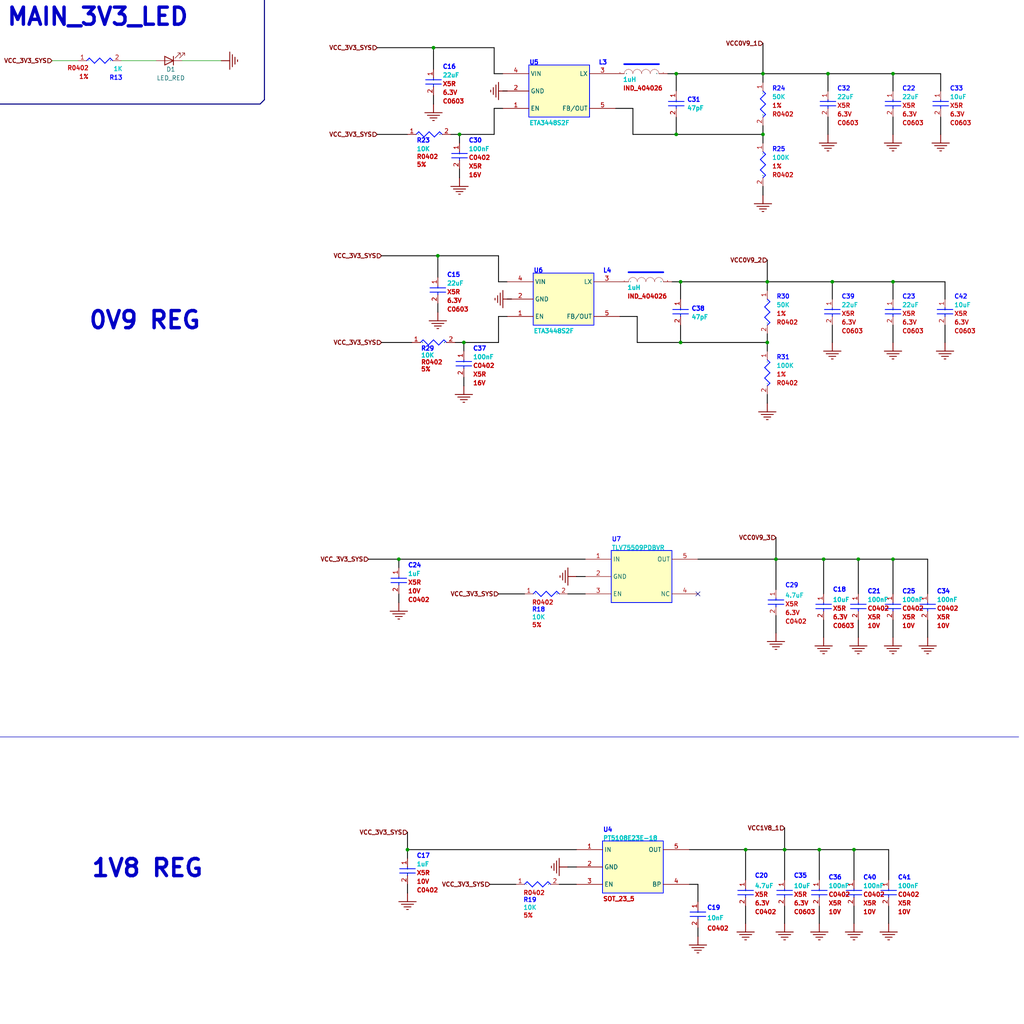
<source format=kicad_sch>
(kicad_sch (version 20231120) (generator "eeschema") (generator_version "8.0")
  (paper "User" 300 300)
  (junction (at 229.87 248.92))
  (junction (at 218.44 248.92))
  (junction (at 128.27 74.93))
  (junction (at 199.39 82.55))
  (junction (at 199.39 100.33))
  (junction (at 241.3 163.83))
  (junction (at 127 13.97))
  (junction (at 242.57 21.59))
  (junction (at 250.19 248.92))
  (junction (at 227.33 163.83))
  (junction (at 223.52 39.37))
  (junction (at 135.89 100.33))
  (junction (at 243.84 82.55))
  (junction (at 134.62 39.37))
  (junction (at 251.46 163.83))
  (junction (at 223.52 21.59))
  (junction (at 240.03 248.92))
  (junction (at 261.62 21.59))
  (junction (at 198.12 39.37))
  (junction (at 119.38 248.92))
  (junction (at 261.62 82.55))
  (junction (at 198.12 21.59))
  (junction (at 261.62 163.83))
  (junction (at 224.79 100.33))
  (junction (at 116.84 163.83))
  (junction (at 224.79 82.55))
  (no_connect (at 204.47 173.99))
  (wire (pts (xy 111.76 74.93) (xy 128.27 74.93)) (stroke (width 0.25) (color 0 0 0 1)))
  (wire (pts (xy 271.78 186.69) (xy 271.78 181.61)) (stroke (width 0.25) (color 0 0 0 1)))
  (wire (pts (xy 240.03 248.92) (xy 250.19 248.92)) (stroke (width 0.25) (color 0 0 0 1)))
  (wire (pts (xy 107.95 163.83) (xy 116.84 163.83)) (stroke (width 0.25) (color 0 0 0 1)))
  (wire (pts (xy 163.83 259.08) (xy 168.91 259.08)) (stroke (width 0.25) (color 0 0 0 1)))
  (wire (pts (xy 116.84 163.83) (xy 171.45 163.83)) (stroke (width 0.25) (color 0 0 0 1)))
  (wire (pts (xy 198.12 21.59) (xy 223.52 21.59)) (stroke (width 0.25) (color 0 0 0 1)))
  (wire (pts (xy 229.87 257.81) (xy 229.87 248.92)) (stroke (width 0.25) (color 0 0 0 1)))
  (wire (pts (xy 185.42 39.37) (xy 185.42 31.75)) (stroke (width 0.25) (color 0 0 0 1)))
  (wire (pts (xy 241.3 186.69) (xy 241.3 181.61)) (stroke (width 0.25) (color 0 0 0 1)))
  (wire (pts (xy 261.62 163.83) (xy 261.62 173.99)) (stroke (width 0.25) (color 0 0 0 1)))
  (wire (pts (xy 127 30.48) (xy 127 27.94)) (stroke (width 0.25) (color 0 0 0 1)))
  (wire (pts (xy 218.44 270.51) (xy 218.44 265.43)) (stroke (width 0.25) (color 0 0 0 1)))
  (wire (pts (xy 261.62 186.69) (xy 261.62 181.61)) (stroke (width 0.25) (color 0 0 0 1)))
  (wire (pts (xy 119.38 248.92) (xy 119.38 243.84)) (stroke (width 0.25) (color 0 0 0 1)))
  (wire (pts (xy 250.19 257.81) (xy 250.19 248.92)) (stroke (width 0.25) (color 0 0 0 1)))
  (wire (pts (xy 243.84 100.33) (xy 243.84 95.25)) (stroke (width 0.25) (color 0 0 0 1)))
  (wire (pts (xy 224.79 115.57) (xy 224.79 118.11)) (stroke (width 0.25) (color 0 0 0 1)))
  (wire (pts (xy 148.59 82.55) (xy 146.05 82.55)) (stroke (width 0.25) (color 0 0 0 1)))
  (bus (pts (xy 0 30.48) (xy 76.2 30.48)))
  (wire (pts (xy 251.46 163.83) (xy 261.62 163.83)) (stroke (width 0.25) (color 0 0 0 1)))
  (wire (pts (xy 271.78 163.83) (xy 271.78 173.99)) (stroke (width 0.25) (color 0 0 0 1)))
  (wire (pts (xy 199.39 100.33) (xy 224.79 100.33)) (stroke (width 0.25) (color 0 0 0 1)))
  (wire (pts (xy 116.84 163.83) (xy 116.84 166.37)) (stroke (width 0.25) (color 0 0 0 1)))
  (wire (pts (xy 127 13.97) (xy 144.78 13.97)) (stroke (width 0.25) (color 0 0 0 1)))
  (wire (pts (xy 144.78 21.59) (xy 144.78 13.97)) (stroke (width 0.25) (color 0 0 0 1)))
  (wire (pts (xy 223.52 12.7) (xy 223.52 21.59)) (stroke (width 0.25) (color 0 0 0 1)))
  (wire (pts (xy 147.32 26.67) (xy 148.59 26.67)) (stroke (width 0.25) (color 0 0 0 1)))
  (wire (pts (xy 261.62 100.33) (xy 261.62 95.25)) (stroke (width 0.25) (color 0 0 0 1)))
  (wire (pts (xy 261.62 26.67) (xy 261.62 21.59)) (stroke (width 0.25) (color 0 0 0 1)))
  (wire (pts (xy 224.79 82.55) (xy 243.84 82.55)) (stroke (width 0.25) (color 0 0 0 1)))
  (wire (pts (xy 218.44 248.92) (xy 229.87 248.92)) (stroke (width 0.25) (color 0 0 0 1)))
  (wire (pts (xy 261.62 87.63) (xy 261.62 82.55)) (stroke (width 0.25) (color 0 0 0 1)))
  (wire (pts (xy 250.19 248.92) (xy 260.35 248.92)) (stroke (width 0.25) (color 0 0 0 1)))
  (wire (pts (xy 243.84 82.55) (xy 261.62 82.55)) (stroke (width 0.25) (color 0 0 0 1)))
  (wire (pts (xy 275.59 26.67) (xy 275.59 21.59)) (stroke (width 0.25) (color 0 0 0 1)))
  (wire (pts (xy 204.47 259.08) (xy 201.93 259.08)) (stroke (width 0.25) (color 0 0 0 1)))
  (wire (pts (xy 110.49 39.37) (xy 119.38 39.37)) (stroke (width 0.25) (color 0 0 0 1)))
  (wire (pts (xy 134.62 41.91) (xy 134.62 39.37)) (stroke (width 0.25) (color 0 0 0 1)))
  (wire (pts (xy 119.38 248.92) (xy 168.91 248.92)) (stroke (width 0.25) (color 0 0 0 1)))
  (wire (pts (xy 223.52 21.59) (xy 223.52 24.13)) (stroke (width 0.25) (color 0 0 0 1)))
  (wire (pts (xy 146.05 82.55) (xy 146.05 74.93)) (stroke (width 0.25) (color 0 0 0 1)))
  (wire (pts (xy 229.87 242.57) (xy 229.87 248.92)) (stroke (width 0.25) (color 0 0 0 1)))
  (wire (pts (xy 135.89 113.03) (xy 135.89 110.49)) (stroke (width 0.25) (color 0 0 0 1)))
  (wire (pts (xy 224.79 102.87) (xy 224.79 100.33)) (stroke (width 0.25) (color 0 0 0 1)))
  (wire (pts (xy 240.03 248.92) (xy 240.03 257.81)) (stroke (width 0.25) (color 0 0 0 1)))
  (wire (pts (xy 227.33 172.72) (xy 227.33 163.83)) (stroke (width 0.25) (color 0 0 0 1)))
  (wire (pts (xy 199.39 87.63) (xy 199.39 82.55)) (stroke (width 0.25) (color 0 0 0 1)))
  (wire (pts (xy 204.47 274.32) (xy 204.47 271.78)) (stroke (width 0.25) (color 0 0 0 1)))
  (wire (pts (xy 166.37 173.99) (xy 171.45 173.99)) (stroke (width 0.25) (color 0 0 0 1)))
  (wire (pts (xy 134.62 52.07) (xy 134.62 49.53)) (stroke (width 0.25) (color 0 0 0 1)))
  (wire (pts (xy 186.69 92.71) (xy 181.61 92.71)) (stroke (width 0.25) (color 0 0 0 1)))
  (wire (pts (xy 241.3 163.83) (xy 241.3 173.99)) (stroke (width 0.25) (color 0 0 0 1)))
  (wire (pts (xy 146.05 100.33) (xy 146.05 92.71)) (stroke (width 0.25) (color 0 0 0 1)))
  (wire (pts (xy 128.27 74.93) (xy 146.05 74.93)) (stroke (width 0.25) (color 0 0 0 1)))
  (wire (pts (xy 241.3 163.83) (xy 251.46 163.83)) (stroke (width 0.25) (color 0 0 0 1)))
  (wire (pts (xy 119.38 248.92) (xy 119.38 251.46)) (stroke (width 0.25) (color 0 0 0 1)))
  (wire (pts (xy 116.84 176.53) (xy 116.84 173.99)) (stroke (width 0.25) (color 0 0 0 1)))
  (wire (pts (xy 218.44 248.92) (xy 218.44 257.81)) (stroke (width 0.25) (color 0 0 0 1)))
  (wire (pts (xy 148.59 87.63) (xy 149.86 87.63)) (stroke (width 0.25) (color 0 0 0 1)))
  (wire (pts (xy 168.91 254) (xy 166.37 254)) (stroke (width 0.25) (color 0 0 0 1)))
  (wire (pts (xy 132.08 39.37) (xy 134.62 39.37)) (stroke (width 0.25) (color 0 0 0 1)))
  (wire (pts (xy 146.05 92.71) (xy 148.59 92.71)) (stroke (width 0.25) (color 0 0 0 1)))
  (wire (pts (xy 224.79 100.33) (xy 224.79 97.79)) (stroke (width 0.25) (color 0 0 0 1)))
  (wire (pts (xy 135.89 102.87) (xy 135.89 100.33)) (stroke (width 0.25) (color 0 0 0 1)))
  (wire (pts (xy 201.93 248.92) (xy 218.44 248.92)) (stroke (width 0.25) (color 0 0 0 1)))
  (wire (pts (xy 127 20.32) (xy 127 13.97)) (stroke (width 0.25) (color 0 0 0 1)))
  (wire (pts (xy 199.39 95.25) (xy 199.39 100.33)) (stroke (width 0.25) (color 0 0 0 1)))
  (wire (pts (xy 171.45 168.91) (xy 168.91 168.91)) (stroke (width 0.25) (color 0 0 0 1)))
  (wire (pts (xy 185.42 31.75) (xy 180.34 31.75)) (stroke (width 0.25) (color 0 0 0 1)))
  (wire (pts (xy 147.32 21.59) (xy 144.78 21.59)) (stroke (width 0.25) (color 0 0 0 1)))
  (wire (pts (xy 153.67 173.99) (xy 146.05 173.99)) (stroke (width 0.25) (color 0 0 0 1)))
  (wire (pts (xy 260.35 257.81) (xy 260.35 248.92)) (stroke (width 0.25) (color 0 0 0 1)))
  (wire (pts (xy 186.69 100.33) (xy 186.69 92.71)) (stroke (width 0.25) (color 0 0 0 1)))
  (wire (pts (xy 261.62 39.37) (xy 261.62 34.29)) (stroke (width 0.25) (color 0 0 0 1)))
  (wire (pts (xy 224.79 76.2) (xy 224.79 82.55)) (stroke (width 0.25) (color 0 0 0 1)))
  (wire (pts (xy 242.57 21.59) (xy 261.62 21.59)) (stroke (width 0.25) (color 0 0 0 1)))
  (wire (pts (xy 144.78 31.75) (xy 147.32 31.75)) (stroke (width 0.25) (color 0 0 0 1)))
  (wire (pts (xy 111.76 100.33) (xy 120.65 100.33)) (stroke (width 0.25) (color 0 0 0 1)))
  (wire (pts (xy 128.27 81.28) (xy 128.27 74.93)) (stroke (width 0.25) (color 0 0 0 1)))
  (wire (pts (xy 227.33 185.42) (xy 227.33 180.34)) (stroke (width 0.25) (color 0 0 0 1)))
  (wire (pts (xy 276.86 87.63) (xy 276.86 82.55)) (stroke (width 0.25) (color 0 0 0 1)))
  (wire (pts (xy 242.57 26.67) (xy 242.57 21.59)) (stroke (width 0.25) (color 0 0 0 1)))
  (wire (pts (xy 261.62 21.59) (xy 275.59 21.59)) (stroke (width 0.25) (color 0 0 0 1)))
  (wire (pts (xy 224.79 82.55) (xy 224.79 85.09)) (stroke (width 0.25) (color 0 0 0 1)))
  (wire (pts (xy 223.52 54.61) (xy 223.52 57.15)) (stroke (width 0.25) (color 0 0 0 1)))
  (wire (pts (xy 133.35 100.33) (xy 135.89 100.33)) (stroke (width 0.25) (color 0 0 0 1)))
  (wire (pts (xy 243.84 87.63) (xy 243.84 82.55)) (stroke (width 0.25) (color 0 0 0 1)))
  (wire (pts (xy 276.86 100.33) (xy 276.86 95.25)) (stroke (width 0.25) (color 0 0 0 1)))
  (wire (pts (xy 198.12 26.67) (xy 198.12 21.59)) (stroke (width 0.25) (color 0 0 0 1)))
  (wire (pts (xy 250.19 270.51) (xy 250.19 265.43)) (stroke (width 0.25) (color 0 0 0 1)))
  (wire (pts (xy 229.87 270.51) (xy 229.87 265.43)) (stroke (width 0.25) (color 0 0 0 1)))
  (wire (pts (xy 242.57 39.37) (xy 242.57 34.29)) (stroke (width 0.25) (color 0 0 0 1)))
  (wire (pts (xy 196.85 82.55) (xy 199.39 82.55)) (stroke (width 0.25) (color 0 0 0 1)))
  (wire (pts (xy 223.52 39.37) (xy 223.52 36.83)) (stroke (width 0.25) (color 0 0 0 1)))
  (wire (pts (xy 261.62 82.55) (xy 276.86 82.55)) (stroke (width 0.25) (color 0 0 0 1)))
  (wire (pts (xy 198.12 34.29) (xy 198.12 39.37)) (stroke (width 0.25) (color 0 0 0 1)))
  (wire (pts (xy 275.59 39.37) (xy 275.59 34.29)) (stroke (width 0.25) (color 0 0 0 1)))
  (wire (pts (xy 35.56 17.78) (xy 45.72 17.78)))
  (wire (pts (xy 144.78 39.37) (xy 144.78 31.75)) (stroke (width 0.25) (color 0 0 0 1)))
  (wire (pts (xy 185.42 39.37) (xy 198.12 39.37)) (stroke (width 0.25) (color 0 0 0 1)))
  (wire (pts (xy 128.27 91.44) (xy 128.27 88.9)) (stroke (width 0.25) (color 0 0 0 1)))
  (wire (pts (xy 204.47 163.83) (xy 227.33 163.83)) (stroke (width 0.25) (color 0 0 0 1)))
  (wire (pts (xy 223.52 21.59) (xy 242.57 21.59)) (stroke (width 0.25) (color 0 0 0 1)))
  (wire (pts (xy 186.69 100.33) (xy 199.39 100.33)) (stroke (width 0.25) (color 0 0 0 1)))
  (wire (pts (xy 195.58 21.59) (xy 198.12 21.59)) (stroke (width 0.25) (color 0 0 0 1)))
  (wire (pts (xy 199.39 82.55) (xy 224.79 82.55)) (stroke (width 0.25) (color 0 0 0 1)))
  (wire (pts (xy 119.38 261.62) (xy 119.38 259.08)) (stroke (width 0.25) (color 0 0 0 1)))
  (wire (pts (xy 15.24 17.78) (xy 22.86 17.78)))
  (wire (pts (xy 151.13 259.08) (xy 143.51 259.08)) (stroke (width 0.25) (color 0 0 0 1)))
  (wire (pts (xy 251.46 163.83) (xy 251.46 173.99)) (stroke (width 0.25) (color 0 0 0 1)))
  (wire (pts (xy 134.62 39.37) (xy 144.78 39.37)) (stroke (width 0.25) (color 0 0 0 1)))
  (wire (pts (xy 53.34 17.78) (xy 64.77 17.78)))
  (wire (pts (xy 198.12 39.37) (xy 223.52 39.37)) (stroke (width 0.25) (color 0 0 0 1)))
  (wire (pts (xy 229.87 248.92) (xy 240.03 248.92)) (stroke (width 0.25) (color 0 0 0 1)))
  (wire (pts (xy 110.49 13.97) (xy 127 13.97)) (stroke (width 0.25) (color 0 0 0 1)))
  (wire (pts (xy 260.35 270.51) (xy 260.35 265.43)) (stroke (width 0.25) (color 0 0 0 1)))
  (wire (pts (xy 204.47 264.16) (xy 204.47 259.08)) (stroke (width 0.25) (color 0 0 0 1)))
  (wire (pts (xy 135.89 100.33) (xy 146.05 100.33)) (stroke (width 0.25) (color 0 0 0 1)))
  (bus (pts (xy 76.2 30.48) (xy 77.47 29.21)))
  (wire (pts (xy 240.03 270.51) (xy 240.03 265.43)) (stroke (width 0.25) (color 0 0 0 1)))
  (wire (pts (xy 227.33 157.48) (xy 227.33 163.83)) (stroke (width 0.25) (color 0 0 0 1)))
  (polyline (pts (xy 0 215.9) (xy 298.45 215.9)))
  (wire (pts (xy 251.46 186.69) (xy 251.46 181.61)) (stroke (width 0.25) (color 0 0 0 1)))
  (wire (pts (xy 261.62 163.83) (xy 271.78 163.83)) (stroke (width 0.25) (color 0 0 0 1)))
  (bus (pts (xy 77.47 0) (xy 77.47 29.21)))
  (wire (pts (xy 227.33 163.83) (xy 241.3 163.83)) (stroke (width 0.25) (color 0 0 0 1)))
  (wire (pts (xy 223.52 41.91) (xy 223.52 39.37)) (stroke (width 0.25) (color 0 0 0 1)))
  (text "0V9 REG" (at 42.418 93.98 0) (effects (font (size 5 5) (thickness 1) (bold yes))))
  (text "MAIN_3V3_LED\n" (at 28.6385 5.08 0) (effects (font (size 5 5) (thickness 1) (bold yes))))
  (text "1V8 REG" (at 43.18 254.508 0) (effects (font (size 5 5) (thickness 1) (bold yes))))
  (hierarchical_label "VCC_3V3_SYS" (shape input) (at 111.76 100.33 180) (effects (font (size 1.25 1.25) (bold yes))))
  (hierarchical_label "VCC_3V3_SYS" (shape input) (at 146.05 173.99 180) (effects (font (size 1.25 1.25) (bold yes))))
  (hierarchical_label "VCC0V9_3" (shape input) (at 227.33 157.48 180) (effects (font (size 1.25 1.25) (bold yes))))
  (hierarchical_label "VCC0V9_1" (shape input) (at 223.52 12.7 180) (effects (font (size 1.25 1.25) (bold yes))))
  (hierarchical_label "VCC_3V3_SYS" (shape input) (at 107.95 163.83 180) (effects (font (size 1.25 1.25) (bold yes))))
  (hierarchical_label "VCC_3V3_SYS" (shape input) (at 110.49 39.37 180) (effects (font (size 1.25 1.25) (bold yes))))
  (hierarchical_label "VCC_3V3_SYS" (shape input) (at 119.38 243.84 180) (effects (font (size 1.25 1.25) (bold yes))))
  (hierarchical_label "VCC_3V3_SYS" (shape input) (at 111.76 74.93 180) (effects (font (size 1.25 1.25) (bold yes))))
  (hierarchical_label "VCC_3V3_SYS" (shape input) (at 143.51 259.08 180) (effects (font (size 1.25 1.25) (bold yes))))
  (hierarchical_label "VCC0V9_2" (shape input) (at 224.79 76.2 180) (effects (font (size 1.25 1.25) (bold yes))))
  (hierarchical_label "VCC1V8_1" (shape input) (at 229.87 242.57 180) (effects (font (size 1.25 1.25) (bold yes))))
  (hierarchical_label "VCC_3V3_SYS" (shape input) (at 110.49 13.97 180) (effects (font (size 1.25 1.25) (bold yes))))
  (hierarchical_label "VCC_3V3_SYS" (shape input) (at 15.24 17.78 180) (effects (font (size 1.25 1.25) (bold yes))))
  (symbol (lib_id "total-altium-import:25_0_mirrored_CAP NP") (at 232.41 260.35 0) (unit 1)
    (property "Reference" "C35" (at 232.41 257.302 0) (effects (font (bold yes)) (justify left bottom)))
    (property "Value" "10uF" (at 232.41 260.35 0) (effects (font (bold yes)) (justify left bottom)))
    (property "Footprint" "Footprint Library:C0402" (effects (hide yes)))
    (property "Description" "cap,10.00uF,+/-10%,6.3V,X5R,C0603" (effects (hide yes)))
    (property "VOLTAGE" "6.3V" (at 232.41 265.43 0) (effects (font (bold yes)) (justify left bottom)))
    (property "PCB FOOTPRINT" "C0603" (at 232.41 267.97 0) (effects (font (bold yes)) (justify left bottom)))
    (property "DIELECTRIC" "X5R" (at 232.41 262.89 0) (effects (font (bold yes)) (justify left bottom)))
    (property "CREATED BY" "JJJ" (effects (hide yes)))
    (property "C_VOLTAGE" "6.3V" (effects (hide yes)))
    (property "MANUFACTURER PN" "C1608X5R0J106K080AB" (effects (hide yes)))
    (property "MANUFACTURER" "TDK" (effects (hide yes)))
    (property "TOLERANCE" "10%" (effects (hide yes)))
    (property "PART TYPE" "C0603" (effects (hide yes)))
    (property "PRIORITY" "A" (effects (hide yes)))
    (property "RK PN" "C1608X5R0J106K080AB" (effects (hide yes)))
    (property "NUMBER" "37" (effects (hide yes)))
  )
  (symbol (lib_id "total-altium-import:GND_POWER_GROUND") (at 168.91 168.91 270) (unit 1)
    (property "Reference" "#PWR05" (effects (hide yes)))
    (property "Value" "GND" (effects (hide yes)))
  )
  (symbol (lib_id "total-altium-import:GND_POWER_GROUND") (at 127 30.48 0) (unit 1)
    (property "Reference" "#PWR063" (effects (hide yes)))
    (property "Value" "GND" (effects (hide yes)))
  )
  (symbol (lib_id "total-altium-import:25_0_CAP NP") (at 248.92 176.53 0) (unit 1)
    (property "Reference" "C21" (at 254 173.99 0) (effects (font (bold yes)) (justify left bottom)))
    (property "Value" "100nF" (at 254 176.53 0) (effects (font (bold yes)) (justify left bottom)))
    (property "Footprint" "Footprint Library:C0402" (effects (hide yes)))
    (property "Description" "cap,100.00nF,+/-10%,10V,X5R,C0402" (effects (hide yes)))
    (property "VOLTAGE" "10V" (at 254 184.15 0) (effects (font (bold yes)) (justify left bottom)))
    (property "PCB FOOTPRINT" "C0402" (at 254 179.07 0) (effects (font (bold yes)) (justify left bottom)))
    (property "DIELECTRIC" "X5R" (at 254 181.61 0) (effects (font (bold yes)) (justify left bottom)))
    (property "CREATED BY" "JJJ" (effects (hide yes)))
    (property "MANUFACTURER PN" "C1005X5R1A104K050BA" (effects (hide yes)))
    (property "MANUFACTURER" "TDK" (effects (hide yes)))
    (property "TOLERANCE" "10%" (effects (hide yes)))
    (property "PART TYPE" "C0402" (effects (hide yes)))
    (property "PRIORITY" "A" (effects (hide yes)))
    (property "RK PN" "C1005X5R1A104K050BA" (effects (hide yes)))
  )
  (symbol (lib_id "total-altium-import:25_0_RESISTOR") (at 222.25 87.63 0) (unit 1)
    (property "Reference" "R30" (at 227.33 87.63 0) (effects (font (bold yes)) (justify left bottom)))
    (property "Value" "50K" (at 227.33 90.17 0) (effects (font (bold yes)) (justify left bottom)))
    (property "Footprint" "Footprint Library:R0402" (effects (hide yes)))
    (property "Description" "通用厚膜电阻,2K,+/-1%,R0402,1/16W." (effects (hide yes)))
    (property "PCB FOOTPRINT" "R0402" (at 227.33 95.25 0) (effects (font (bold yes)) (justify left bottom)))
    (property "TOLERANCE" "1%" (at 227.33 92.71 0) (effects (font (bold yes)) (justify left bottom)))
    (property "CREATED BY" "YTL" (effects (hide yes)))
    (property "MANUFACTURER PN" "RC0402FR-072KL" (effects (hide yes)))
    (property "MANUFACTURER" "YAGEO" (effects (hide yes)))
    (property "WATTAGE" "1/16W" (effects (hide yes)))
    (property "PART TYPE" "通用厚膜电阻" (effects (hide yes)))
    (property "PRIORITY" "A" (effects (hide yes)))
    (property "RK PN" "RC0402FR-072KL" (effects (hide yes)))
  )
  (symbol (lib_id "total-altium-import:25_0_CAP NP") (at 273.05 29.21 0) (unit 1)
    (property "Reference" "C33" (at 278.13 26.67 0) (effects (font (bold yes)) (justify left bottom)))
    (property "Value" "10uF" (at 278.13 29.21 0) (effects (font (bold yes)) (justify left bottom)))
    (property "Footprint" "Footprint Library:C0603" (effects (hide yes)))
    (property "Description" "cap,10.00uF,+/-10%,6.3V,X5R,C0603" (effects (hide yes)))
    (property "VOLTAGE" "6.3V" (at 278.13 34.29 0) (effects (font (bold yes)) (justify left bottom)))
    (property "PCB FOOTPRINT" "C0603" (at 278.13 36.83 0) (effects (font (bold yes)) (justify left bottom)))
    (property "DIELECTRIC" "X5R" (at 278.13 31.75 0) (effects (font (bold yes)) (justify left bottom)))
    (property "CREATED BY" "JJJ" (effects (hide yes)))
    (property "MANUFACTURER PN" "C1608X5R0J106K080AB" (effects (hide yes)))
    (property "MANUFACTURER" "TDK" (effects (hide yes)))
    (property "TOLERANCE" "10%" (effects (hide yes)))
    (property "PART TYPE" "C0603" (effects (hide yes)))
    (property "PRIORITY" "A" (effects (hide yes)))
    (property "RK PN" "C1608X5R0J106K080AB" (effects (hide yes)))
  )
  (symbol (lib_id "total-altium-import:GND_POWER_GROUND") (at 275.59 39.37 0) (unit 1)
    (property "Reference" "#PWR068" (effects (hide yes)))
    (property "Value" "GND" (effects (hide yes)))
  )
  (symbol (lib_id "total-altium-import:25_1_RESISTOR") (at 123.19 102.87 0) (unit 1)
    (property "Reference" "R29" (at 123.19 102.87 0) (effects (font (bold yes)) (justify left bottom)))
    (property "Value" "10K" (at 123.19 104.902 0) (effects (font (bold yes)) (justify left bottom)))
    (property "Footprint" "Footprint Library:R0402" (effects (hide yes)))
    (property "Description" "通用厚膜电阻,20K,+/-5%,R0402,1/16W." (effects (hide yes)))
    (property "PCB FOOTPRINT" "R0402" (at 123.19 106.934 0) (effects (font (bold yes)) (justify left bottom)))
    (property "TOLERANCE" "5%" (at 123.19 108.966 0) (effects (font (bold yes)) (justify left bottom)))
    (property "RK PN" "RC0402JR-0720KL" (effects (hide yes)))
    (property "PRIORITY" "A" (effects (hide yes)))
    (property "PART TYPE" "通用厚膜电阻" (effects (hide yes)))
    (property "WATTAGE" "1/16W" (effects (hide yes)))
    (property "MANUFACTURER" "YAGEO" (effects (hide yes)))
    (property "MANUFACTURER PN" "RC0402JR-0720KL" (effects (hide yes)))
    (property "CREATED BY" "YTL" (effects (hide yes)))
  )
  (symbol (lib_id "total-altium-import:GND_POWER_GROUND") (at 148.59 26.67 270) (unit 1)
    (property "Reference" "#PWR065" (effects (hide yes)))
    (property "Value" "GND" (effects (hide yes)))
  )
  (symbol (lib_id "total-altium-import:GND_POWER_GROUND") (at 241.3 186.69 0) (unit 1)
    (property "Reference" "#PWR06" (effects (hide yes)))
    (property "Value" "GND" (effects (hide yes)))
  )
  (symbol (lib_id "total-altium-import:GND_POWER_GROUND") (at 250.19 270.51 0) (unit 1)
    (property "Reference" "#PWR020" (effects (hide yes)))
    (property "Value" "GND" (effects (hide yes)))
  )
  (symbol (lib_id "total-altium-import:25_1_RESISTOR") (at 156.21 176.53 0) (unit 1)
    (property "Reference" "R18" (at 155.702 179.324 0) (effects (font (bold yes)) (justify left bottom)))
    (property "Value" "10K" (at 155.702 181.61 0) (effects (font (bold yes)) (justify left bottom)))
    (property "Footprint" "Footprint Library:R0402" (effects (hide yes)))
    (property "Description" "通用厚膜电阻,10K,+/-5%,R0402,1/16W." (effects (hide yes)))
    (property "PCB FOOTPRINT" "R0402" (at 155.702 177.292 0) (effects (font (bold yes)) (justify left bottom)))
    (property "TOLERANCE" "5%" (at 155.702 183.896 0) (effects (font (bold yes)) (justify left bottom)))
    (property "CREATED BY" "YTL" (effects (hide yes)))
    (property "MANUFACTURER PN" "RC0402JR-0710KL" (effects (hide yes)))
    (property "MANUFACTURER" "YAGEO" (effects (hide yes)))
    (property "WATTAGE" "1/16W" (effects (hide yes)))
    (property "PART TYPE" "通用厚膜电阻" (effects (hide yes)))
    (property "PRIORITY" "A" (effects (hide yes)))
    (property "RK PN" "RC0402JR-0710KL" (effects (hide yes)))
  )
  (symbol (lib_id "total-altium-import:25_0_CAP NP") (at 237.49 260.35 0) (unit 1)
    (property "Reference" "C36" (at 242.57 257.81 0) (effects (font (bold yes)) (justify left bottom)))
    (property "Value" "100nF" (at 242.57 260.35 0) (effects (font (bold yes)) (justify left bottom)))
    (property "Footprint" "Footprint Library:C0402" (effects (hide yes)))
    (property "Description" "cap,100.00nF,+/-10%,10V,X5R,C0402" (effects (hide yes)))
    (property "VOLTAGE" "10V" (at 242.57 267.97 0) (effects (font (bold yes)) (justify left bottom)))
    (property "PCB FOOTPRINT" "C0402" (at 242.57 262.89 0) (effects (font (bold yes)) (justify left bottom)))
    (property "DIELECTRIC" "X5R" (at 242.57 265.43 0) (effects (font (bold yes)) (justify left bottom)))
    (property "CREATED BY" "JJJ" (effects (hide yes)))
    (property "MANUFACTURER PN" "C1005X5R1A104K050BA" (effects (hide yes)))
    (property "MANUFACTURER" "TDK" (effects (hide yes)))
    (property "TOLERANCE" "10%" (effects (hide yes)))
    (property "PART TYPE" "C0402" (effects (hide yes)))
    (property "PRIORITY" "A" (effects (hide yes)))
    (property "RK PN" "C1005X5R1A104K050BA" (effects (hide yes)))
  )
  (symbol (lib_id "total-altium-import:25_0_CAP NP") (at 196.85 90.17 0) (unit 1)
    (property "Reference" "C38" (at 202.438 91.186 0) (effects (font (bold yes)) (justify left bottom)))
    (property "Value" "47pF" (at 202.438 93.726 0) (effects (font (bold yes)) (justify left bottom)))
    (property "Footprint" "Footprint Library:C0402" (effects (hide yes)))
    (property "Description" "cap,100.00pF,+/-10%,50V,C0G,C0402" (effects (hide yes)))
  )
  (symbol (lib_id "total-altium-import:GND_POWER_GROUND") (at 261.62 186.69 0) (unit 1)
    (property "Reference" "#PWR023" (effects (hide yes)))
    (property "Value" "GND" (effects (hide yes)))
  )
  (symbol (lib_id "total-altium-import:GND_POWER_GROUND") (at 135.89 113.03 0) (unit 1)
    (property "Reference" "#PWR072" (effects (hide yes)))
    (property "Value" "GND" (effects (hide yes)))
  )
  (symbol (lib_id "total-altium-import:GND_POWER_GROUND") (at 227.33 185.42 0) (unit 1)
    (property "Reference" "#PWR08" (effects (hide yes)))
    (property "Value" "GND" (effects (hide yes)))
  )
  (symbol (lib_id "total-altium-import:25_0_CAP NP") (at 195.58 29.21 0) (unit 1)
    (property "Reference" "C31" (at 201.168 29.972 0) (effects (font (bold yes)) (justify left bottom)))
    (property "Value" "47pF" (at 201.168 32.512 0) (effects (font (bold yes)) (justify left bottom)))
    (property "Footprint" "Footprint Library:C0402" (effects (hide yes)))
    (property "Description" "cap,100.00pF,+/-10%,50V,C0G,C0402" (effects (hide yes)))
  )
  (symbol (lib_id "total-altium-import:GND_POWER_GROUND") (at 223.52 57.15 0) (unit 1)
    (property "Reference" "#PWR066" (effects (hide yes)))
    (property "Value" "GND" (effects (hide yes)))
  )
  (symbol (lib_id "total-altium-import:25_0_CAP NP") (at 201.93 266.7 0) (unit 1)
    (property "Reference" "C19" (at 207.01 266.7 0) (effects (font (bold yes)) (justify left bottom)))
    (property "Value" "10nF" (at 207.01 269.748 0) (effects (font (bold yes)) (justify left bottom)))
    (property "Footprint" "Footprint Library:C0402" (effects (hide yes)))
    (property "Description" "Did Not Place." (effects (hide yes)))
    (property "PCB FOOTPRINT" "C0402" (at 207.01 272.796 0) (effects (font (bold yes)) (justify left bottom)))
    (property "CREATED BY" "JJJ" (effects (hide yes)))
    (property "MANUFACTURER PN" "DNP0402" (effects (hide yes)))
    (property "PART TYPE" "DNP" (effects (hide yes)))
    (property "PRIORITY" "A" (effects (hide yes)))
    (property "RK PN" "DNP0402" (effects (hide yes)))
  )
  (symbol (lib_id "total-altium-import:25_2_mirrored_DCDC_SY8088") (at 156.21 95.25 0) (unit 1)
    (property "Reference" "U6" (at 156.21 80.01 0) (effects (font (bold yes)) (justify left bottom)))
    (property "Value" "ETA3448S2F" (at 156.21 97.79 0) (effects (font (bold yes)) (justify left bottom)))
    (property "Footprint" "Package_TO_SOT_SMD:SOT-23-5" (effects (hide yes)))
  )
  (symbol (lib_id "total-altium-import:GND_POWER_GROUND") (at 242.57 39.37 0) (unit 1)
    (property "Reference" "#PWR067" (effects (hide yes)))
    (property "Value" "GND" (effects (hide yes)))
  )
  (symbol (lib_id "total-altium-import:25_0_CAP NP") (at 241.3 90.17 0) (unit 1)
    (property "Reference" "C39" (at 246.38 87.63 0) (effects (font (bold yes)) (justify left bottom)))
    (property "Value" "22uF" (at 246.38 90.17 0) (effects (font (bold yes)) (justify left bottom)))
    (property "Footprint" "Footprint Library:C0603" (effects (hide yes)))
    (property "Description" "cap,22.00uF,+/-20%,6.3V,X5R,C0603" (effects (hide yes)))
    (property "VOLTAGE" "6.3V" (at 246.38 95.25 0) (effects (font (bold yes)) (justify left bottom)))
    (property "PCB FOOTPRINT" "C0603" (at 246.38 97.79 0) (effects (font (bold yes)) (justify left bottom)))
    (property "DIELECTRIC" "X5R" (at 246.38 92.71 0) (effects (font (bold yes)) (justify left bottom)))
    (property "RK PN" "C1608X5R0J226M080AC" (effects (hide yes)))
    (property "PRIORITY" "A" (effects (hide yes)))
    (property "PART TYPE" "C0603" (effects (hide yes)))
    (property "TOLERANCE" "20%" (effects (hide yes)))
    (property "MANUFACTURER" "TDK" (effects (hide yes)))
    (property "MANUFACTURER PN" "C1608X5R0J226M080AC" (effects (hide yes)))
    (property "CREATED BY" "JJJ" (effects (hide yes)))
  )
  (symbol (lib_id "total-altium-import:25_1_INDUCTORS OF FERRITE") (at 184.15 82.55 0) (unit 1)
    (property "Reference" "L4" (at 176.53 80.01 0) (effects (font (bold yes)) (justify left bottom)))
    (property "Value" "1uH" (at 183.642 85.09 0) (effects (font (bold yes)) (justify left bottom)))
    (property "Footprint" "IND_404026" (effects (hide yes)))
    (property "Description" "Power Inductor,2.2uH,0.2,IND_404026" (effects (hide yes)))
    (property "DC RESISTOR" "0.04ohm" (effects (hide yes)))
    (property "ISAT" "2.10A" (effects (hide yes)))
    (property "PCB FOOTPRINT" "IND_404026" (at 183.642 87.63 0) (effects (font (bold yes)) (justify left bottom)))
    (property "RK PN" "SWPA4026S2R2MT" (effects (hide yes)))
    (property "PRIORITY" "A" (effects (hide yes)))
    (property "PART TYPE" "POWER_IND" (effects (hide yes)))
    (property "TOLERANCE" "20%" (effects (hide yes)))
    (property "IRMS" "2A" (effects (hide yes)))
    (property "RESONACE FREQUENCY" "96M" (effects (hide yes)))
    (property "MANUFACTURER" "sunlord" (effects (hide yes)))
    (property "MANUFACTURER PN" "SWPA4026S2R2MT" (effects (hide yes)))
  )
  (symbol (lib_id "total-altium-import:25_0_CAP NP") (at 274.32 90.17 0) (unit 1)
    (property "Reference" "C42" (at 279.4 87.63 0) (effects (font (bold yes)) (justify left bottom)))
    (property "Value" "10uF" (at 279.4 90.17 0) (effects (font (bold yes)) (justify left bottom)))
    (property "Footprint" "Footprint Library:C0603" (effects (hide yes)))
    (property "Description" "cap,10.00uF,+/-10%,6.3V,X5R,C0603" (effects (hide yes)))
    (property "VOLTAGE" "6.3V" (at 279.4 95.25 0) (effects (font (bold yes)) (justify left bottom)))
    (property "PCB FOOTPRINT" "C0603" (at 279.4 97.79 0) (effects (font (bold yes)) (justify left bottom)))
    (property "DIELECTRIC" "X5R" (at 279.4 92.71 0) (effects (font (bold yes)) (justify left bottom)))
    (property "CREATED BY" "JJJ" (effects (hide yes)))
    (property "MANUFACTURER PN" "C1608X5R0J106K080AB" (effects (hide yes)))
    (property "MANUFACTURER" "TDK" (effects (hide yes)))
    (property "TOLERANCE" "10%" (effects (hide yes)))
    (property "PART TYPE" "C0603" (effects (hide yes)))
    (property "PRIORITY" "A" (effects (hide yes)))
    (property "RK PN" "C1608X5R0J106K080AB" (effects (hide yes)))
  )
  (symbol (lib_id "total-altium-import:GND_POWER_GROUND") (at 64.77 17.78 90) (unit 1)
    (property "Reference" "#PWR01" (effects (hide yes)))
    (property "Value" "GND" (effects (hide yes)))
  )
  (symbol (lib_id "total-altium-import:25_0_CAP NP") (at 269.24 176.53 0) (unit 1)
    (property "Reference" "C34" (at 274.32 173.99 0) (effects (font (bold yes)) (justify left bottom)))
    (property "Value" "100nF" (at 274.32 176.53 0) (effects (font (bold yes)) (justify left bottom)))
    (property "Footprint" "Footprint Library:C0402" (effects (hide yes)))
    (property "Description" "cap,100.00nF,+/-10%,10V,X5R,C0402" (effects (hide yes)))
    (property "VOLTAGE" "10V" (at 274.32 184.15 0) (effects (font (bold yes)) (justify left bottom)))
    (property "PCB FOOTPRINT" "C0402" (at 274.32 179.07 0) (effects (font (bold yes)) (justify left bottom)))
    (property "DIELECTRIC" "X5R" (at 274.32 181.61 0) (effects (font (bold yes)) (justify left bottom)))
    (property "CREATED BY" "JJJ" (effects (hide yes)))
    (property "MANUFACTURER PN" "C1005X5R1A104K050BA" (effects (hide yes)))
    (property "MANUFACTURER" "TDK" (effects (hide yes)))
    (property "TOLERANCE" "10%" (effects (hide yes)))
    (property "PART TYPE" "C0402" (effects (hide yes)))
    (property "PRIORITY" "A" (effects (hide yes)))
    (property "RK PN" "C1005X5R1A104K050BA" (effects (hide yes)))
  )
  (symbol (lib_id "total-altium-import:GND_POWER_GROUND") (at 261.62 39.37 0) (unit 1)
    (property "Reference" "#PWR02" (effects (hide yes)))
    (property "Value" "GND" (effects (hide yes)))
  )
  (symbol (lib_id "total-altium-import:GND_POWER_GROUND") (at 261.62 100.33 0) (unit 1)
    (property "Reference" "#PWR03" (effects (hide yes)))
    (property "Value" "GND" (effects (hide yes)))
  )
  (symbol (lib_id "total-altium-import:GND_POWER_GROUND") (at 260.35 270.51 0) (unit 1)
    (property "Reference" "#PWR021" (effects (hide yes)))
    (property "Value" "GND" (effects (hide yes)))
  )
  (symbol (lib_id "total-altium-import:25_0_CAP NP") (at 259.08 176.53 0) (unit 1)
    (property "Reference" "C25" (at 264.16 173.99 0) (effects (font (bold yes)) (justify left bottom)))
    (property "Value" "100nF" (at 264.16 176.53 0) (effects (font (bold yes)) (justify left bottom)))
    (property "Footprint" "Footprint Library:C0402" (effects (hide yes)))
    (property "Description" "cap,100.00nF,+/-10%,10V,X5R,C0402" (effects (hide yes)))
    (property "VOLTAGE" "10V" (at 264.16 184.15 0) (effects (font (bold yes)) (justify left bottom)))
    (property "PCB FOOTPRINT" "C0402" (at 264.16 179.07 0) (effects (font (bold yes)) (justify left bottom)))
    (property "DIELECTRIC" "X5R" (at 264.16 181.61 0) (effects (font (bold yes)) (justify left bottom)))
    (property "RK PN" "C1005X5R1A104K050BA" (effects (hide yes)))
    (property "PRIORITY" "A" (effects (hide yes)))
    (property "PART TYPE" "C0402" (effects (hide yes)))
    (property "TOLERANCE" "10%" (effects (hide yes)))
    (property "MANUFACTURER" "TDK" (effects (hide yes)))
    (property "MANUFACTURER PN" "C1005X5R1A104K050BA" (effects (hide yes)))
    (property "CREATED BY" "JJJ" (effects (hide yes)))
  )
  (symbol (lib_id "total-altium-import:25_0_CAP NP") (at 124.46 22.86 0) (unit 1)
    (property "Reference" "C16" (at 129.54 20.32 0) (effects (font (bold yes)) (justify left bottom)))
    (property "Value" "22uF" (at 129.54 22.86 0) (effects (font (bold yes)) (justify left bottom)))
    (property "Footprint" "Footprint Library:C0603" (effects (hide yes)))
    (property "Description" "cap,22.00uF,+/-20%,6.3V,X5R,C0603" (effects (hide yes)))
    (property "VOLTAGE" "6.3V" (at 129.54 27.94 0) (effects (font (bold yes)) (justify left bottom)))
    (property "PCB FOOTPRINT" "C0603" (at 129.54 30.48 0) (effects (font (bold yes)) (justify left bottom)))
    (property "DIELECTRIC" "X5R" (at 129.54 25.4 0) (effects (font (bold yes)) (justify left bottom)))
    (property "RK PN" "C1608X5R0J226M080AC" (effects (hide yes)))
    (property "PRIORITY" "A" (effects (hide yes)))
    (property "PART TYPE" "C0603" (effects (hide yes)))
    (property "TOLERANCE" "20%" (effects (hide yes)))
    (property "MANUFACTURER" "TDK" (effects (hide yes)))
    (property "MANUFACTURER PN" "C1608X5R0J226M080AC" (effects (hide yes)))
    (property "CREATED BY" "JJJ" (effects (hide yes)))
  )
  (symbol (lib_id "total-altium-import:25_0_CAP NP") (at 247.65 260.35 0) (unit 1)
    (property "Reference" "C40" (at 252.73 257.81 0) (effects (font (bold yes)) (justify left bottom)))
    (property "Value" "100nF" (at 252.73 260.35 0) (effects (font (bold yes)) (justify left bottom)))
    (property "Footprint" "Footprint Library:C0402" (effects (hide yes)))
    (property "Description" "cap,100.00nF,+/-10%,10V,X5R,C0402" (effects (hide yes)))
    (property "VOLTAGE" "10V" (at 252.73 267.97 0) (effects (font (bold yes)) (justify left bottom)))
    (property "PCB FOOTPRINT" "C0402" (at 252.73 262.89 0) (effects (font (bold yes)) (justify left bottom)))
    (property "DIELECTRIC" "X5R" (at 252.73 265.43 0) (effects (font (bold yes)) (justify left bottom)))
    (property "RK PN" "C1005X5R1A104K050BA" (effects (hide yes)))
    (property "PRIORITY" "A" (effects (hide yes)))
    (property "PART TYPE" "C0402" (effects (hide yes)))
    (property "TOLERANCE" "10%" (effects (hide yes)))
    (property "MANUFACTURER" "TDK" (effects (hide yes)))
    (property "MANUFACTURER PN" "C1005X5R1A104K050BA" (effects (hide yes)))
    (property "CREATED BY" "JJJ" (effects (hide yes)))
  )
  (symbol (lib_id "total-altium-import:GND_POWER_GROUND") (at 204.47 274.32 0) (unit 1)
    (property "Reference" "#PWR053" (effects (hide yes)))
    (property "Value" "GND" (effects (hide yes)))
  )
  (symbol (lib_id "total-altium-import:25_0_RESISTOR") (at 220.98 26.67 0) (unit 1)
    (property "Reference" "R24" (at 226.06 26.67 0) (effects (font (bold yes)) (justify left bottom)))
    (property "Value" "50K" (at 226.06 29.21 0) (effects (font (bold yes)) (justify left bottom)))
    (property "Footprint" "Footprint Library:R0402" (effects (hide yes)))
    (property "Description" "通用厚膜电阻,2K,+/-1%,R0402,1/16W." (effects (hide yes)))
    (property "PCB FOOTPRINT" "R0402" (at 226.06 34.29 0) (effects (font (bold yes)) (justify left bottom)))
    (property "TOLERANCE" "1%" (at 226.06 31.75 0) (effects (font (bold yes)) (justify left bottom)))
    (property "CREATED BY" "YTL" (effects (hide yes)))
    (property "MANUFACTURER PN" "RC0402FR-072KL" (effects (hide yes)))
    (property "MANUFACTURER" "YAGEO" (effects (hide yes)))
    (property "WATTAGE" "1/16W" (effects (hide yes)))
    (property "PART TYPE" "通用厚膜电阻" (effects (hide yes)))
    (property "PRIORITY" "A" (effects (hide yes)))
    (property "RK PN" "RC0402FR-072KL" (effects (hide yes)))
  )
  (symbol (lib_id "total-altium-import:25_1_RESISTOR") (at 121.92 41.91 0) (unit 1)
    (property "Reference" "R23" (at 121.92 41.91 0) (effects (font (bold yes)) (justify left bottom)))
    (property "Value" "10K" (at 121.92 44.45 0) (effects (font (bold yes)) (justify left bottom)))
    (property "Footprint" "Footprint Library:R0402" (effects (hide yes)))
    (property "Description" "通用厚膜电阻,20K,+/-5%,R0402,1/16W." (effects (hide yes)))
    (property "PCB FOOTPRINT" "R0402" (at 121.92 46.736 0) (effects (font (bold yes)) (justify left bottom)))
    (property "TOLERANCE" "5%" (at 121.92 49.022 0) (effects (font (bold yes)) (justify left bottom)))
    (property "RK PN" "RC0402JR-0720KL" (effects (hide yes)))
    (property "PRIORITY" "A" (effects (hide yes)))
    (property "PART TYPE" "通用厚膜电阻" (effects (hide yes)))
    (property "WATTAGE" "1/16W" (effects (hide yes)))
    (property "MANUFACTURER" "YAGEO" (effects (hide yes)))
    (property "MANUFACTURER PN" "RC0402JR-0720KL" (effects (hide yes)))
    (property "CREATED BY" "YTL" (effects (hide yes)))
  )
  (symbol (lib_id "total-altium-import:25_0_RESISTOR") (at 220.98 44.45 0) (unit 1)
    (property "Reference" "R25" (at 226.06 44.45 0) (effects (font (bold yes)) (justify left bottom)))
    (property "Value" "100K" (at 226.06 46.99 0) (effects (font (bold yes)) (justify left bottom)))
    (property "Footprint" "Footprint Library:R0402" (effects (hide yes)))
    (property "Description" "通用厚膜电阻,100K,+/-1%,R0402,1/16W." (effects (hide yes)))
    (property "PCB FOOTPRINT" "R0402" (at 226.06 52.07 0) (effects (font (bold yes)) (justify left bottom)))
    (property "TOLERANCE" "1%" (at 226.06 49.53 0) (effects (font (bold yes)) (justify left bottom)))
    (property "RK PN" "RC0402FR-07100KL" (effects (hide yes)))
    (property "PRIORITY" "A" (effects (hide yes)))
    (property "PART TYPE" "通用厚膜电阻" (effects (hide yes)))
    (property "WATTAGE" "1/16W" (effects (hide yes)))
    (property "MANUFACTURER" "YAGEO" (effects (hide yes)))
    (property "MANUFACTURER PN" "RC0402FR-07100KL" (effects (hide yes)))
    (property "CREATED BY" "YTL" (effects (hide yes)))
  )
  (symbol (lib_id "total-altium-import:25_0_mirrored_CAP NP") (at 121.92 254 0) (unit 1)
    (property "Reference" "C17" (at 121.92 251.46 0) (effects (font (bold yes)) (justify left bottom)))
    (property "Value" "1uF" (at 121.92 254 0) (effects (font (bold yes)) (justify left bottom)))
    (property "Footprint" "Footprint Library:C0402" (effects (hide yes)))
    (property "Description" "cap,1.00uF,+/-10%,10V,X5R,C0402" (effects (hide yes)))
    (property "VOLTAGE" "10V" (at 121.92 259.08 0) (effects (font (bold yes)) (justify left bottom)))
    (property "PCB FOOTPRINT" "C0402" (at 121.92 261.62 0) (effects (font (bold yes)) (justify left bottom)))
    (property "DIELECTRIC" "X5R" (at 121.92 256.54 0) (effects (font (bold yes)) (justify left bottom)))
    (property "RK PN" "C1005X5R1A105K050BB" (effects (hide yes)))
    (property "PRIORITY" "A" (effects (hide yes)))
    (property "PART TYPE" "C0402" (effects (hide yes)))
    (property "C_VOLTAGE" "6.3V" (effects (hide yes)))
    (property "TOLERANCE" "10%" (effects (hide yes)))
    (property "MANUFACTURER" "TDK" (effects (hide yes)))
    (property "MANUFACTURER PN" "C1005X5R1A105K050BB" (effects (hide yes)))
    (property "CREATED BY" "JJJ" (effects (hide yes)))
  )
  (symbol (lib_id "total-altium-import:25_0_CAP NP") (at 125.73 83.82 0) (unit 1)
    (property "Reference" "C15" (at 130.81 81.28 0) (effects (font (bold yes)) (justify left bottom)))
    (property "Value" "22uF" (at 130.81 83.82 0) (effects (font (bold yes)) (justify left bottom)))
    (property "Footprint" "Footprint Library:C0603" (effects (hide yes)))
    (property "Description" "cap,22.00uF,+/-20%,6.3V,X5R,C0603" (effects (hide yes)))
    (property "VOLTAGE" "6.3V" (at 130.81 88.9 0) (effects (font (bold yes)) (justify left bottom)))
    (property "PCB FOOTPRINT" "C0603" (at 130.81 91.44 0) (effects (font (bold yes)) (justify left bottom)))
    (property "DIELECTRIC" "X5R" (at 130.81 86.36 0) (effects (font (bold yes)) (justify left bottom)))
    (property "RK PN" "C1608X5R0J226M080AC" (effects (hide yes)))
    (property "PRIORITY" "A" (effects (hide yes)))
    (property "PART TYPE" "C0603" (effects (hide yes)))
    (property "TOLERANCE" "20%" (effects (hide yes)))
    (property "MANUFACTURER" "TDK" (effects (hide yes)))
    (property "MANUFACTURER PN" "C1608X5R0J226M080AC" (effects (hide yes)))
    (property "CREATED BY" "JJJ" (effects (hide yes)))
  )
  (symbol (lib_id "total-altium-import:25_0_CAP NP") (at 259.08 90.17 0) (unit 1)
    (property "Reference" "C23" (at 264.16 87.63 0) (effects (font (bold yes)) (justify left bottom)))
    (property "Value" "22uF" (at 264.16 90.17 0) (effects (font (bold yes)) (justify left bottom)))
    (property "Footprint" "Footprint Library:C0603" (effects (hide yes)))
    (property "Description" "cap,22.00uF,+/-20%,6.3V,X5R,C0603" (effects (hide yes)))
    (property "VOLTAGE" "6.3V" (at 264.16 95.25 0) (effects (font (bold yes)) (justify left bottom)))
    (property "PCB FOOTPRINT" "C0603" (at 264.16 97.79 0) (effects (font (bold yes)) (justify left bottom)))
    (property "DIELECTRIC" "X5R" (at 264.16 92.71 0) (effects (font (bold yes)) (justify left bottom)))
    (property "RK PN" "C1608X5R0J226M080AC" (effects (hide yes)))
    (property "PRIORITY" "A" (effects (hide yes)))
    (property "PART TYPE" "C0603" (effects (hide yes)))
    (property "TOLERANCE" "20%" (effects (hide yes)))
    (property "MANUFACTURER" "TDK" (effects (hide yes)))
    (property "MANUFACTURER PN" "C1608X5R0J226M080AC" (effects (hide yes)))
    (property "CREATED BY" "JJJ" (effects (hide yes)))
  )
  (symbol (lib_id "total-altium-import:GND_POWER_GROUND") (at 119.38 261.62 0) (unit 1)
    (property "Reference" "#PWR046" (effects (hide yes)))
    (property "Value" "GND" (effects (hide yes)))
  )
  (symbol (lib_id "total-altium-import:25_0_mirrored_CAP NP") (at 220.98 260.35 0) (unit 1)
    (property "Reference" "C20" (at 220.98 257.302 0) (effects (font (bold yes)) (justify left bottom)))
    (property "Value" "4.7uF" (at 220.98 260.35 0) (effects (font (bold yes)) (justify left bottom)))
    (property "Footprint" "Footprint Library:C0402" (effects (hide yes)))
    (property "Description" "cap,4.70uF,+/-10%,6.3V,X5R,C0402" (effects (hide yes)))
    (property "VOLTAGE" "6.3V" (at 220.98 265.43 0) (effects (font (bold yes)) (justify left bottom)))
    (property "PCB FOOTPRINT" "C0402" (at 220.98 267.97 0) (effects (font (bold yes)) (justify left bottom)))
    (property "DIELECTRIC" "X5R" (at 220.98 262.89 0) (effects (font (bold yes)) (justify left bottom)))
    (property "CREATED BY" "JJJ" (effects (hide yes)))
    (property "C_VOLTAGE" "6.3V" (effects (hide yes)))
    (property "MANUFACTURER PN" "C1005X5R0J475K050BC" (effects (hide yes)))
    (property "MANUFACTURER" "TDK" (effects (hide yes)))
    (property "TOLERANCE" "10%" (effects (hide yes)))
    (property "PART TYPE" "C0402" (effects (hide yes)))
    (property "PRIORITY" "A" (effects (hide yes)))
    (property "RK PN" "C1005X5R0J475K050BC" (effects (hide yes)))
    (property "NUMBER" "37" (effects (hide yes)))
  )
  (symbol (lib_id "total-altium-import:GND_POWER_GROUND") (at 229.87 270.51 0) (unit 1)
    (property "Reference" "#PWR018" (effects (hide yes)))
    (property "Value" "GND" (effects (hide yes)))
  )
  (symbol (lib_id "total-altium-import:GND_POWER_GROUND") (at 128.27 91.44 0) (unit 1)
    (property "Reference" "#PWR071" (effects (hide yes)))
    (property "Value" "GND" (effects (hide yes)))
  )
  (symbol (lib_id "total-altium-import:25_1_INDUCTORS OF FERRITE") (at 182.88 21.59 0) (unit 1)
    (property "Reference" "L3" (at 175.26 19.05 0) (effects (font (bold yes)) (justify left bottom)))
    (property "Value" "1uH " (at 182.372 24.13 0) (effects (font (bold yes)) (justify left bottom)))
    (property "Footprint" "Footprint Library:IND_404026" (effects (hide yes)))
    (property "Description" "Power Inductor,2.2uH,0.2,IND_404026" (effects (hide yes)))
    (property "DC RESISTOR" "0.04ohm" (effects (hide yes)))
    (property "ISAT" "2.10A" (effects (hide yes)))
    (property "PCB FOOTPRINT" "IND_404026" (at 182.372 26.67 0) (effects (font (bold yes)) (justify left bottom)))
    (property "RK PN" "SWPA4026S2R2MT" (effects (hide yes)))
  )
  (symbol (lib_id "total-altium-import:25_0_LDO_PT5108") (at 176.53 246.38 0) (unit 1)
    (property "Reference" "U4" (at 176.53 243.84 0) (effects (font (bold yes)) (justify left bottom)))
    (property "Value" "PT5108E23E-18" (at 176.53 246.38 0) (effects (font (bold yes)) (justify left bottom)))
    (property "Footprint" "Package_TO_SOT_SMD:SOT-23-5" (effects (hide yes)))
    (property "Description" "High-PSRR 500mA LDO.Output1.8V." (effects (hide yes)))
    (property "PCB FOOTPRINT" "SOT_23_5" (at 176.53 264.16 0) (effects (font (bold yes)) (justify left bottom)))
    (property "RK PN" "PT5108E23E-18" (effects (hide yes)))
    (property "PRIORITY" "A" (effects (hide yes)))
    (property "PART TYPE" "LDO" (effects (hide yes)))
    (property "MANUFACTURER" "Powtech（华润矽威）" (effects (hide yes)))
    (property "MANUFACTURER PN" "PT5108E23E-18" (effects (hide yes)))
    (property "CREATED BY" "JJJ" (effects (hide yes)))
  )
  (symbol (lib_id "total-altium-import:25_0_CAP NP") (at 132.08 44.45 0) (unit 1)
    (property "Reference" "C30" (at 137.16 41.91 0) (effects (font (bold yes)) (justify left bottom)))
    (property "Value" "100nF" (at 137.16 44.45 0) (effects (font (bold yes)) (justify left bottom)))
    (property "Footprint" "Footprint Library:C0402" (effects (hide yes)))
    (property "Description" "cap,100.00nF,+/-10%,16V,X5R,C0402" (effects (hide yes)))
    (property "VOLTAGE" "16V" (at 137.16 52.07 0) (effects (font (bold yes)) (justify left bottom)))
    (property "PCB FOOTPRINT" "C0402" (at 137.16 46.99 0) (effects (font (bold yes)) (justify left bottom)))
    (property "DIELECTRIC" "X5R" (at 137.16 49.53 0) (effects (font (bold yes)) (justify left bottom)))
    (property "RK PN" "C1005X5R1C104K050BA" (effects (hide yes)))
    (property "PRIORITY" "A" (effects (hide yes)))
    (property "PART TYPE" "C0402" (effects (hide yes)))
    (property "TOLERANCE" "10%" (effects (hide yes)))
    (property "MANUFACTURER" "TDK" (effects (hide yes)))
    (property "MANUFACTURER PN" "C1005X5R1C104K050BA" (effects (hide yes)))
    (property "CREATED BY" "JJJ" (effects (hide yes)))
  )
  (symbol (lib_id "total-altium-import:GND_POWER_GROUND") (at 224.79 118.11 0) (unit 1)
    (property "Reference" "#PWR074" (effects (hide yes)))
    (property "Value" "GND" (effects (hide yes)))
  )
  (symbol (lib_id "total-altium-import:GND_POWER_GROUND") (at 276.86 100.33 0) (unit 1)
    (property "Reference" "#PWR078" (effects (hide yes)))
    (property "Value" "GND" (effects (hide yes)))
  )
  (symbol (lib_id "total-altium-import:GND_POWER_GROUND") (at 243.84 100.33 0) (unit 1)
    (property "Reference" "#PWR075" (effects (hide yes)))
    (property "Value" "GND" (effects (hide yes)))
  )
  (symbol (lib_id "total-altium-import:25_0_CAP NP") (at 259.08 29.21 0) (unit 1)
    (property "Reference" "C22" (at 264.16 26.67 0) (effects (font (bold yes)) (justify left bottom)))
    (property "Value" "22uF" (at 264.16 29.21 0) (effects (font (bold yes)) (justify left bottom)))
    (property "Footprint" "Footprint Library:C0603" (effects (hide yes)))
    (property "Description" "cap,22.00uF,+/-20%,6.3V,X5R,C0603" (effects (hide yes)))
    (property "VOLTAGE" "6.3V" (at 264.16 34.29 0) (effects (font (bold yes)) (justify left bottom)))
    (property "PCB FOOTPRINT" "C0603" (at 264.16 36.83 0) (effects (font (bold yes)) (justify left bottom)))
    (property "DIELECTRIC" "X5R" (at 264.16 31.75 0) (effects (font (bold yes)) (justify left bottom)))
    (property "RK PN" "C1608X5R0J226M080AC" (effects (hide yes)))
    (property "PRIORITY" "A" (effects (hide yes)))
    (property "PART TYPE" "C0603" (effects (hide yes)))
    (property "TOLERANCE" "20%" (effects (hide yes)))
    (property "MANUFACTURER" "TDK" (effects (hide yes)))
    (property "MANUFACTURER PN" "C1608X5R0J226M080AC" (effects (hide yes)))
    (property "CREATED BY" "JJJ" (effects (hide yes)))
  )
  (symbol (lib_id "total-altium-import:25_1_RESISTOR") (at 153.67 261.62 0) (unit 1)
    (property "Reference" "R19" (at 153.162 264.414 0) (effects (font (bold yes)) (justify left bottom)))
    (property "Value" "10K" (at 153.162 266.7 0) (effects (font (bold yes)) (justify left bottom)))
    (property "Footprint" "Footprint Library:R0402" (effects (hide yes)))
    (property "Description" "通用厚膜电阻,10K,+/-5%,R0402,1/16W." (effects (hide yes)))
    (property "PCB FOOTPRINT" "R0402" (at 153.162 262.382 0) (effects (font (bold yes)) (justify left bottom)))
    (property "TOLERANCE" "5%" (at 153.162 268.986 0) (effects (font (bold yes)) (justify left bottom)))
    (property "CREATED BY" "YTL" (effects (hide yes)))
    (property "MANUFACTURER PN" "RC0402JR-0710KL" (effects (hide yes)))
    (property "MANUFACTURER" "YAGEO" (effects (hide yes)))
    (property "WATTAGE" "1/16W" (effects (hide yes)))
    (property "PART TYPE" "通用厚膜电阻" (effects (hide yes)))
    (property "PRIORITY" "A" (effects (hide yes)))
    (property "RK PN" "RC0402JR-0710KL" (effects (hide yes)))
  )
  (symbol (lib_id "total-altium-import:GND_POWER_GROUND") (at 116.84 176.53 0) (unit 1)
    (property "Reference" "#PWR04" (effects (hide yes)))
    (property "Value" "GND" (effects (hide yes)))
  )
  (symbol (lib_id "total-altium-import:GND_POWER_GROUND") (at 218.44 270.51 0) (unit 1)
    (property "Reference" "#PWR022" (effects (hide yes)))
    (property "Value" "GND" (effects (hide yes)))
  )
  (symbol (lib_id "total-altium-import:GND_POWER_GROUND") (at 240.03 270.51 0) (unit 1)
    (property "Reference" "#PWR019" (effects (hide yes)))
    (property "Value" "GND" (effects (hide yes)))
  )
  (symbol (lib_id "total-altium-import:25_0_RESISTOR") (at 222.25 105.41 0) (unit 1)
    (property "Reference" "R31" (at 227.33 105.41 0) (effects (font (bold yes)) (justify left bottom)))
    (property "Value" "100K" (at 227.33 107.95 0) (effects (font (bold yes)) (justify left bottom)))
    (property "Footprint" "Footprint Library:R0402" (effects (hide yes)))
    (property "Description" "通用厚膜电阻,100K,+/-1%,R0402,1/16W." (effects (hide yes)))
    (property "PCB FOOTPRINT" "R0402" (at 227.33 113.03 0) (effects (font (bold yes)) (justify left bottom)))
    (property "TOLERANCE" "1%" (at 227.33 110.49 0) (effects (font (bold yes)) (justify left bottom)))
    (property "RK PN" "RC0402FR-07100KL" (effects (hide yes)))
    (property "PRIORITY" "A" (effects (hide yes)))
    (property "PART TYPE" "通用厚膜电阻" (effects (hide yes)))
    (property "WATTAGE" "1/16W" (effects (hide yes)))
    (property "MANUFACTURER" "YAGEO" (effects (hide yes)))
    (property "MANUFACTURER PN" "RC0402FR-07100KL" (effects (hide yes)))
    (property "CREATED BY" "YTL" (effects (hide yes)))
  )
  (symbol (lib_id "total-altium-import:25_0_RESISTOR") (at 25.4 20.32 90) (unit 1)
    (property "Reference" "R13" (at 36.068 21.844 90) (effects (font (bold yes)) (justify left bottom)))
    (property "Value" "1K" (at 36.068 19.304 90) (effects (font (bold yes)) (justify left bottom)))
    (property "Footprint" "Footprint Library:R0402" (effects (hide yes)))
    (property "Description" "通用厚膜电阻,2K,+/-1%,R0402,1/16W." (effects (hide yes)))
    (property "PCB FOOTPRINT" "R0402" (at 26.162 19.05 90) (effects (font (bold yes)) (justify left bottom)))
    (property "TOLERANCE" "1%" (at 26.162 21.59 90) (effects (font (bold yes)) (justify left bottom)))
    (property "CREATED BY" "YTL" (effects (hide yes)))
    (property "MANUFACTURER PN" "RC0402FR-072KL" (effects (hide yes)))
    (property "MANUFACTURER" "YAGEO" (effects (hide yes)))
    (property "WATTAGE" "1/16W" (effects (hide yes)))
    (property "PART TYPE" "通用厚膜电阻" (effects (hide yes)))
    (property "PRIORITY" "A" (effects (hide yes)))
    (property "RK PN" "RC0402FR-072KL" (effects (hide yes)))
  )
  (symbol (lib_id "total-altium-import:GND_POWER_GROUND") (at 271.78 186.69 0) (unit 1)
    (property "Reference" "#PWR024" (effects (hide yes)))
    (property "Value" "GND" (effects (hide yes)))
  )
  (symbol (lib_id "total-altium-import:25_0_mirrored_CAP NP") (at 243.84 176.53 0) (unit 1)
    (property "Reference" "C18" (at 243.84 173.482 0) (effects (font (bold yes)) (justify left bottom)))
    (property "Value" "10uF" (at 243.84 176.53 0) (effects (font (bold yes)) (justify left bottom)))
    (property "Footprint" "Footprint Library:C0402" (effects (hide yes)))
    (property "Description" "cap,10.00uF,+/-10%,6.3V,X5R,C0603" (effects (hide yes)))
    (property "VOLTAGE" "6.3V" (at 243.84 181.61 0) (effects (font (bold yes)) (justify left bottom)))
    (property "PCB FOOTPRINT" "C0603" (at 243.84 184.15 0) (effects (font (bold yes)) (justify left bottom)))
    (property "DIELECTRIC" "X5R" (at 243.84 179.07 0) (effects (font (bold yes)) (justify left bottom)))
    (property "CREATED BY" "JJJ" (effects (hide yes)))
    (property "C_VOLTAGE" "6.3V" (effects (hide yes)))
    (property "MANUFACTURER PN" "C1608X5R0J106K080AB" (effects (hide yes)))
    (property "MANUFACTURER" "TDK" (effects (hide yes)))
    (property "TOLERANCE" "10%" (effects (hide yes)))
    (property "PART TYPE" "C0603" (effects (hide yes)))
    (property "PRIORITY" "A" (effects (hide yes)))
    (property "RK PN" "C1608X5R0J106K080AB" (effects (hide yes)))
    (property "NUMBER" "37" (effects (hide yes)))
  )
  (symbol (lib_id "total-altium-import:25_0_mirrored_CAP NP") (at 119.38 168.91 0) (unit 1)
    (property "Reference" "C24" (at 119.38 166.37 0) (effects (font (bold yes)) (justify left bottom)))
    (property "Value" "1uF" (at 119.38 168.91 0) (effects (font (bold yes)) (justify left bottom)))
    (property "Footprint" "Footprint Library:C0402" (effects (hide yes)))
    (property "Description" "cap,1.00uF,+/-10%,10V,X5R,C0402" (effects (hide yes)))
    (property "VOLTAGE" "10V" (at 119.38 173.99 0) (effects (font (bold yes)) (justify left bottom)))
    (property "PCB FOOTPRINT" "C0402" (at 119.38 176.53 0) (effects (font (bold yes)) (justify left bottom)))
    (property "DIELECTRIC" "X5R" (at 119.38 171.45 0) (effects (font (bold yes)) (justify left bottom)))
    (property "RK PN" "C1005X5R1A105K050BB" (effects (hide yes)))
    (property "PRIORITY" "A" (effects (hide yes)))
    (property "PART TYPE" "C0402" (effects (hide yes)))
    (property "C_VOLTAGE" "6.3V" (effects (hide yes)))
    (property "TOLERANCE" "10%" (effects (hide yes)))
    (property "MANUFACTURER" "TDK" (effects (hide yes)))
    (property "MANUFACTURER PN" "C1005X5R1A105K050BB" (effects (hide yes)))
    (property "CREATED BY" "JJJ" (effects (hide yes)))
  )
  (symbol (lib_id "total-altium-import:25_0_mirrored_CAP NP") (at 229.87 175.26 0) (unit 1)
    (property "Reference" "C29" (at 229.87 172.212 0) (effects (font (bold yes)) (justify left bottom)))
    (property "Value" "4.7uF" (at 229.87 175.26 0) (effects (font (bold yes)) (justify left bottom)))
    (property "Footprint" "Footprint Library:C0402" (effects (hide yes)))
    (property "Description" "cap,4.70uF,+/-10%,6.3V,X5R,C0402" (effects (hide yes)))
    (property "VOLTAGE" "6.3V" (at 229.87 180.34 0) (effects (font (bold yes)) (justify left bottom)))
    (property "PCB FOOTPRINT" "C0402" (at 229.87 182.88 0) (effects (font (bold yes)) (justify left bottom)))
    (property "DIELECTRIC" "X5R" (at 229.87 177.8 0) (effects (font (bold yes)) (justify left bottom)))
    (property "CREATED BY" "JJJ" (effects (hide yes)))
    (property "C_VOLTAGE" "6.3V" (effects (hide yes)))
    (property "MANUFACTURER PN" "C1005X5R0J475K050BC" (effects (hide yes)))
    (property "MANUFACTURER" "TDK" (effects (hide yes)))
    (property "TOLERANCE" "10%" (effects (hide yes)))
    (property "PART TYPE" "C0402" (effects (hide yes)))
    (property "PRIORITY" "A" (effects (hide yes)))
    (property "RK PN" "C1005X5R0J475K050BC" (effects (hide yes)))
    (property "NUMBER" "37" (effects (hide yes)))
  )
  (symbol (lib_id "total-altium-import:25_0_CAP NP") (at 257.81 260.35 0) (unit 1)
    (property "Reference" "C41" (at 262.89 257.81 0) (effects (font (bold yes)) (justify left bottom)))
    (property "Value" "100nF" (at 262.89 260.35 0) (effects (font (bold yes)) (justify left bottom)))
    (property "Footprint" "Footprint Library:C0402" (effects (hide yes)))
    (property "Description" "cap,100.00nF,+/-10%,10V,X5R,C0402" (effects (hide yes)))
    (property "VOLTAGE" "10V" (at 262.89 267.97 0) (effects (font (bold yes)) (justify left bottom)))
    (property "PCB FOOTPRINT" "C0402" (at 262.89 262.89 0) (effects (font (bold yes)) (justify left bottom)))
    (property "DIELECTRIC" "X5R" (at 262.89 265.43 0) (effects (font (bold yes)) (justify left bottom)))
    (property "CREATED BY" "JJJ" (effects (hide yes)))
    (property "MANUFACTURER PN" "C1005X5R1A104K050BA" (effects (hide yes)))
    (property "MANUFACTURER" "TDK" (effects (hide yes)))
    (property "TOLERANCE" "10%" (effects (hide yes)))
    (property "PART TYPE" "C0402" (effects (hide yes)))
    (property "PRIORITY" "A" (effects (hide yes)))
    (property "RK PN" "C1005X5R1A104K050BA" (effects (hide yes)))
  )
  (symbol (lib_id "total-altium-import:GND_POWER_GROUND") (at 134.62 52.07 0) (unit 1)
    (property "Reference" "#PWR064" (effects (hide yes)))
    (property "Value" "GND" (effects (hide yes)))
  )
  (symbol (lib_id "total-altium-import:25_0_CAP NP") (at 133.35 105.41 0) (unit 1)
    (property "Reference" "C37" (at 138.43 102.87 0) (effects (font (bold yes)) (justify left bottom)))
    (property "Value" "100nF" (at 138.43 105.41 0) (effects (font (bold yes)) (justify left bottom)))
    (property "Footprint" "Footprint Library:C0402" (effects (hide yes)))
    (property "Description" "cap,100.00nF,+/-10%,16V,X5R,C0402" (effects (hide yes)))
    (property "VOLTAGE" "16V" (at 138.43 113.03 0) (effects (font (bold yes)) (justify left bottom)))
    (property "PCB FOOTPRINT" "C0402" (at 138.43 107.95 0) (effects (font (bold yes)) (justify left bottom)))
    (property "DIELECTRIC" "X5R" (at 138.43 110.49 0) (effects (font (bold yes)) (justify left bottom)))
    (property "RK PN" "C1005X5R1C104K050BA" (effects (hide yes)))
    (property "PRIORITY" "A" (effects (hide yes)))
    (property "PART TYPE" "C0402" (effects (hide yes)))
    (property "TOLERANCE" "10%" (effects (hide yes)))
    (property "MANUFACTURER" "TDK" (effects (hide yes)))
    (property "MANUFACTURER PN" "C1005X5R1C104K050BA" (effects (hide yes)))
    (property "CREATED BY" "JJJ" (effects (hide yes)))
  )
  (symbol (lib_id "total-altium-import:GND_POWER_GROUND") (at 149.86 87.63 270) (unit 1)
    (property "Reference" "#PWR073" (effects (hide yes)))
    (property "Value" "GND" (effects (hide yes)))
  )
  (symbol (lib_name "25_0_LDO_PT5108_1") (lib_id "total-altium-import:25_0_LDO_PT5108") (at 179.07 161.29 0) (unit 1)
    (property "Reference" "U7" (at 179.07 158.75 0) (effects (font (bold yes)) (justify left bottom)))
    (property "Value" "TLV75509PDBVR" (at 179.07 161.29 0) (effects (font (bold yes)) (justify left bottom)))
    (property "Footprint" "Package_TO_SOT_SMD:SOT-23-5" (effects (hide yes)))
  )
  (symbol (lib_id "total-altium-import:25_0_CAP NP") (at 240.03 29.21 0) (unit 1)
    (property "Reference" "C32" (at 245.11 26.67 0) (effects (font (bold yes)) (justify left bottom)))
    (property "Value" "22uF" (at 245.11 29.21 0) (effects (font (bold yes)) (justify left bottom)))
    (property "Footprint" "Footprint Library:C0603" (effects (hide yes)))
    (property "Description" "cap,22.00uF,+/-20%,6.3V,X5R,C0603" (effects (hide yes)))
    (property "VOLTAGE" "6.3V" (at 245.11 34.29 0) (effects (font (bold yes)) (justify left bottom)))
    (property "PCB FOOTPRINT" "C0603" (at 245.11 36.83 0) (effects (font (bold yes)) (justify left bottom)))
    (property "DIELECTRIC" "X5R" (at 245.11 31.75 0) (effects (font (bold yes)) (justify left bottom)))
    (property "RK PN" "C1608X5R0J226M080AC" (effects (hide yes)))
    (property "PRIORITY" "A" (effects (hide yes)))
    (property "PART TYPE" "C0603" (effects (hide yes)))
    (property "TOLERANCE" "20%" (effects (hide yes)))
    (property "MANUFACTURER" "TDK" (effects (hide yes)))
    (property "MANUFACTURER PN" "C1608X5R0J226M080AC" (effects (hide yes)))
    (property "CREATED BY" "JJJ" (effects (hide yes)))
  )
  (symbol (lib_id "total-altium-import:GND_POWER_GROUND") (at 251.46 186.69 0) (unit 1)
    (property "Reference" "#PWR017" (effects (hide yes)))
    (property "Value" "GND" (effects (hide yes)))
  )
  (symbol (lib_id "Device:LED") (at 49.53 17.78 180) (unit 1)
    (property "Reference" "D1" (at 50.038 20.32 0))
    (property "Value" "LED_RED" (at 50.038 22.86 0))
    (property "Footprint" "LED_SMD:LED_0603_1608Metric" (effects (hide yes)))
    (property "Description" "Light emitting diode" (effects (hide yes)))
  )
  (symbol (lib_id "total-altium-import:25_2_mirrored_DCDC_SY8088") (at 154.94 34.29 0) (unit 1)
    (property "Reference" "U5" (at 154.94 19.05 0) (effects (font (bold yes)) (justify left bottom)))
    (property "Value" "ETA3448S2F" (at 154.94 36.83 0) (effects (font (bold yes)) (justify left bottom)))
    (property "Footprint" "Package_TO_SOT_SMD:SOT-23-5" (effects (hide yes)))
  )
  (symbol (lib_id "total-altium-import:GND_POWER_GROUND") (at 166.37 254 270) (unit 1)
    (property "Reference" "#PWR050" (effects (hide yes)))
    (property "Value" "GND" (effects (hide yes)))
  )
)
</source>
